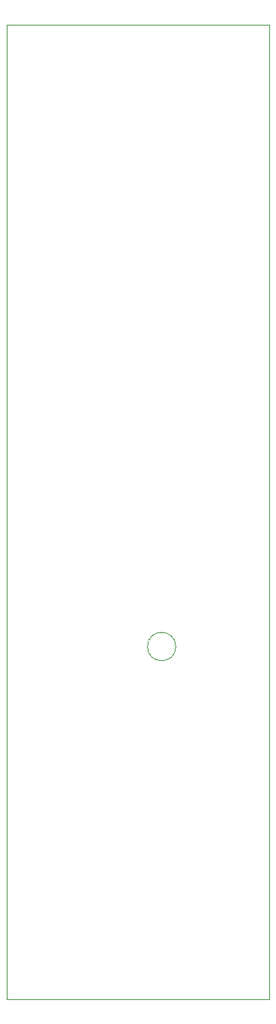
<source format=gbr>
%TF.GenerationSoftware,KiCad,Pcbnew,6.0.11-2627ca5db0~126~ubuntu22.04.1*%
%TF.CreationDate,2023-10-17T21:27:59+03:00*%
%TF.ProjectId,gtoe,67746f65-2e6b-4696-9361-645f70636258,rev?*%
%TF.SameCoordinates,Original*%
%TF.FileFunction,Profile,NP*%
%FSLAX46Y46*%
G04 Gerber Fmt 4.6, Leading zero omitted, Abs format (unit mm)*
G04 Created by KiCad (PCBNEW 6.0.11-2627ca5db0~126~ubuntu22.04.1) date 2023-10-17 21:27:59*
%MOMM*%
%LPD*%
G01*
G04 APERTURE LIST*
%TA.AperFunction,Profile*%
%ADD10C,0.100000*%
%TD*%
G04 APERTURE END LIST*
D10*
X100000000Y-40000000D02*
X129600000Y-40000000D01*
X129600000Y-40000000D02*
X129600000Y-150000000D01*
X129600000Y-150000000D02*
X100000000Y-150000000D01*
X100000000Y-150000000D02*
X100000000Y-40000000D01*
X119050000Y-110200000D02*
G75*
G03*
X119050000Y-110200000I-1600000J0D01*
G01*
M02*

</source>
